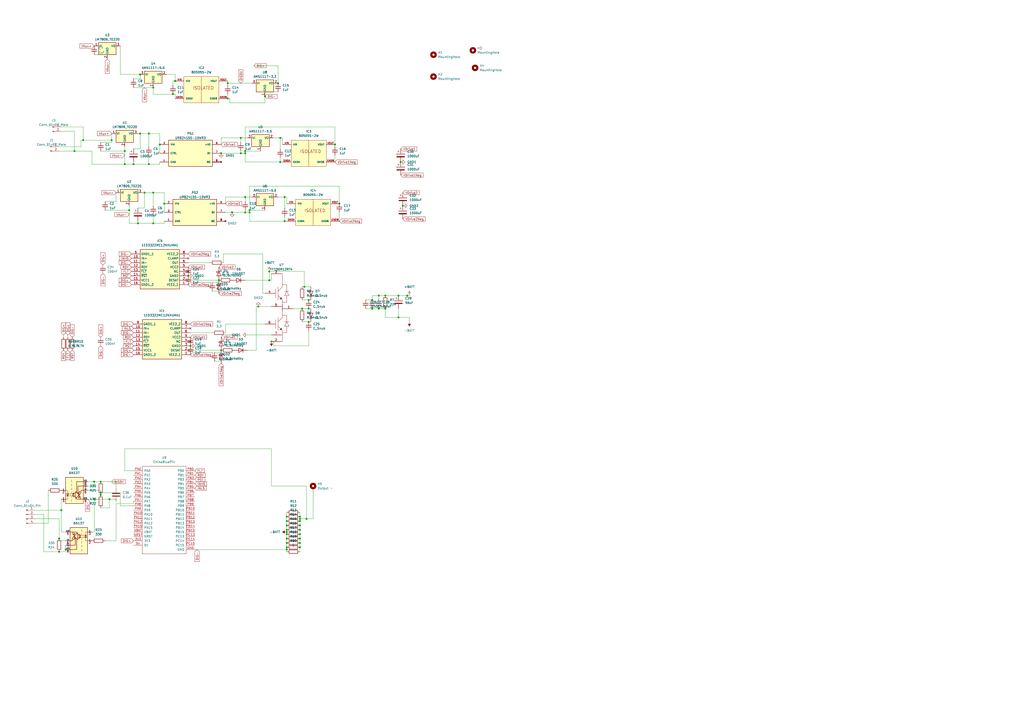
<source format=kicad_sch>
(kicad_sch (version 20230121) (generator eeschema)
  (paper "A2")
  (junction (at 81.28 77.47))
  (junction (at 179.07 173.99))
  (junction (at 101.6 46.99))
  (junction (at 128.27 88.9))
  (junction (at 156.21 162.56))
  (junction (at 43.18 87.63))
  (junction (at 34.29 320.04))
  (junction (at 215.9 179.07))
  (junction (at 92.71 83.82))
  (junction (at 100.33 54.61))
  (junction (at 86.36 77.47))
  (junction (at 48.26 81.28))
  (junction (at 153.67 55.88))
  (junction (at 139.7 88.9))
  (junction (at 142.24 114.3))
  (junction (at 72.39 95.25))
  (junction (at 166.37 314.96))
  (junction (at 176.53 166.37))
  (junction (at 173.99 309.88))
  (junction (at 58.42 285.75))
  (junction (at 144.78 121.92))
  (junction (at 196.85 118.11))
  (junction (at 166.37 317.5))
  (junction (at 161.29 48.26))
  (junction (at 128.27 203.2))
  (junction (at 166.37 302.26))
  (junction (at 179.07 186.69))
  (junction (at 83.82 111.76))
  (junction (at 173.99 312.42))
  (junction (at 144.78 123.19))
  (junction (at 63.5 289.56))
  (junction (at 194.31 83.82))
  (junction (at 127 162.56))
  (junction (at 109.22 160.02))
  (junction (at 132.08 57.15))
  (junction (at 173.99 304.8))
  (junction (at 173.99 300.99))
  (junction (at 58.42 287.02))
  (junction (at 166.37 318.77))
  (junction (at 219.71 171.45))
  (junction (at 132.08 48.26))
  (junction (at 173.99 307.34))
  (junction (at 88.9 50.8))
  (junction (at 34.29 312.42))
  (junction (at 74.93 121.92))
  (junction (at 166.37 299.72))
  (junction (at 64.77 81.28))
  (junction (at 166.37 307.34))
  (junction (at 166.37 309.88))
  (junction (at 173.99 299.72))
  (junction (at 58.42 279.4))
  (junction (at 38.1 318.77))
  (junction (at 80.01 129.54))
  (junction (at 72.39 87.63))
  (junction (at 173.99 314.96))
  (junction (at 173.99 317.5))
  (junction (at 173.99 302.26))
  (junction (at 231.14 184.15))
  (junction (at 236.22 171.45))
  (junction (at 215.9 173.99))
  (junction (at 95.25 118.11))
  (junction (at 157.48 198.12))
  (junction (at 177.8 300.99))
  (junction (at 156.21 157.48))
  (junction (at 54.61 279.4))
  (junction (at 166.37 312.42))
  (junction (at 142.24 88.9))
  (junction (at 166.37 308.61))
  (junction (at 179.07 179.07))
  (junction (at 223.52 171.45))
  (junction (at 134.62 123.19))
  (junction (at 142.24 87.63))
  (junction (at 162.56 80.01))
  (junction (at 232.41 93.98))
  (junction (at 165.1 128.27))
  (junction (at 88.9 111.76))
  (junction (at 166.37 304.8))
  (junction (at 110.49 200.66))
  (junction (at 139.7 80.01))
  (junction (at 175.26 179.07))
  (junction (at 223.52 179.07))
  (junction (at 54.61 289.56))
  (junction (at 77.47 95.25))
  (junction (at 219.71 179.07))
  (junction (at 162.56 93.98))
  (junction (at 231.14 171.45))
  (junction (at 142.24 123.19))
  (junction (at 149.86 177.8))
  (junction (at 35.56 295.91))
  (junction (at 165.1 114.3))
  (junction (at 233.68 119.38))
  (junction (at 88.9 129.54))
  (junction (at 81.28 43.18))
  (junction (at 86.36 95.25))
  (no_connect (at 109.22 149.86))
  (no_connect (at 110.49 190.5))
  (wire (pts (xy 88.9 129.54) (xy 95.25 129.54)))
  (wire (pts (xy 153.67 53.34) (xy 153.67 55.88)))
  (wire (pts (xy 80.01 120.65) (xy 83.82 120.65)))
  (wire (pts (xy 64.77 82.55) (xy 64.77 81.28)))
  (wire (pts (xy 127 168.91) (xy 127 170.18)))
  (wire (pts (xy 236.22 172.72) (xy 236.22 171.45)))
  (wire (pts (xy 88.9 54.61) (xy 88.9 50.8)))
  (wire (pts (xy 81.28 43.18) (xy 69.85 43.18)))
  (wire (pts (xy 166.37 297.18) (xy 166.37 299.72)))
  (wire (pts (xy 173.99 300.99) (xy 173.99 302.26)))
  (wire (pts (xy 58.42 285.75) (xy 69.85 285.75)))
  (wire (pts (xy 148.59 177.8) (xy 149.86 177.8)))
  (wire (pts (xy 67.31 292.1) (xy 77.47 292.1)))
  (wire (pts (xy 34.29 87.63) (xy 43.18 87.63)))
  (wire (pts (xy 179.07 200.66) (xy 158.75 200.66)))
  (wire (pts (xy 157.48 260.35) (xy 157.48 281.94)))
  (wire (pts (xy 80.01 128.27) (xy 80.01 129.54)))
  (wire (pts (xy 58.42 82.55) (xy 64.77 82.55)))
  (wire (pts (xy 166.37 302.26) (xy 166.37 304.8)))
  (wire (pts (xy 142.24 121.92) (xy 142.24 123.19)))
  (wire (pts (xy 39.37 194.31) (xy 39.37 195.58)))
  (wire (pts (xy 130.81 187.96) (xy 153.67 187.96)))
  (wire (pts (xy 124.46 204.47) (xy 128.27 204.47)))
  (wire (pts (xy 231.14 179.07) (xy 231.14 184.15)))
  (wire (pts (xy 88.9 111.76) (xy 95.25 111.76)))
  (wire (pts (xy 179.07 179.07) (xy 180.34 179.07)))
  (wire (pts (xy 54.61 31.75) (xy 62.23 31.75)))
  (wire (pts (xy 161.29 38.1) (xy 161.29 48.26)))
  (wire (pts (xy 80.01 129.54) (xy 88.9 129.54)))
  (wire (pts (xy 163.83 93.98) (xy 162.56 93.98)))
  (wire (pts (xy 194.31 83.82) (xy 194.31 85.09)))
  (wire (pts (xy 69.85 43.18) (xy 69.85 26.67)))
  (wire (pts (xy 219.71 171.45) (xy 219.71 173.99)))
  (wire (pts (xy 67.31 313.69) (xy 67.31 292.1)))
  (wire (pts (xy 134.62 123.19) (xy 130.81 123.19)))
  (wire (pts (xy 95.25 129.54) (xy 95.25 128.27)))
  (wire (pts (xy 156.21 157.48) (xy 156.21 162.56)))
  (wire (pts (xy 144.78 121.92) (xy 153.67 121.92)))
  (wire (pts (xy 152.4 147.32) (xy 152.4 170.18)))
  (wire (pts (xy 142.24 114.3) (xy 130.81 114.3)))
  (wire (pts (xy 179.07 186.69) (xy 180.34 186.69)))
  (wire (pts (xy 132.08 54.61) (xy 132.08 57.15)))
  (wire (pts (xy 142.24 88.9) (xy 142.24 93.98)))
  (wire (pts (xy 162.56 93.98) (xy 142.24 93.98)))
  (wire (pts (xy 161.29 114.3) (xy 165.1 114.3)))
  (wire (pts (xy 194.31 83.82) (xy 194.31 73.66)))
  (wire (pts (xy 181.61 285.75) (xy 181.61 300.99)))
  (wire (pts (xy 64.77 81.28) (xy 64.77 77.47)))
  (wire (pts (xy 74.93 119.38) (xy 74.93 121.92)))
  (wire (pts (xy 132.08 48.26) (xy 146.05 48.26)))
  (wire (pts (xy 163.83 80.01) (xy 163.83 83.82)))
  (wire (pts (xy 166.37 128.27) (xy 165.1 128.27)))
  (wire (pts (xy 35.56 289.56) (xy 35.56 295.91)))
  (wire (pts (xy 34.29 300.99) (xy 34.29 312.42)))
  (wire (pts (xy 236.22 171.45) (xy 237.49 171.45)))
  (wire (pts (xy 173.99 304.8) (xy 173.99 307.34)))
  (wire (pts (xy 165.1 125.73) (xy 165.1 128.27)))
  (wire (pts (xy 142.24 88.9) (xy 139.7 88.9)))
  (wire (pts (xy 128.27 80.01) (xy 128.27 83.82)))
  (wire (pts (xy 82.55 111.76) (xy 83.82 111.76)))
  (wire (pts (xy 20.32 300.99) (xy 34.29 300.99)))
  (wire (pts (xy 179.07 173.99) (xy 180.34 173.99)))
  (wire (pts (xy 88.9 124.46) (xy 88.9 129.54)))
  (wire (pts (xy 157.48 198.12) (xy 158.75 198.12)))
  (wire (pts (xy 132.08 48.26) (xy 132.08 49.53)))
  (wire (pts (xy 153.67 59.69) (xy 153.67 55.88)))
  (wire (pts (xy 142.24 114.3) (xy 142.24 116.84)))
  (wire (pts (xy 88.9 119.38) (xy 88.9 111.76)))
  (wire (pts (xy 166.37 320.04) (xy 166.37 318.77)))
  (wire (pts (xy 212.09 179.07) (xy 215.9 179.07)))
  (wire (pts (xy 81.28 77.47) (xy 86.36 77.47)))
  (wire (pts (xy 50.8 281.94) (xy 54.61 281.94)))
  (wire (pts (xy 62.23 31.75) (xy 62.23 34.29)))
  (wire (pts (xy 35.56 295.91) (xy 35.56 308.61)))
  (wire (pts (xy 50.8 284.48) (xy 58.42 284.48)))
  (wire (pts (xy 81.28 86.36) (xy 81.28 77.47)))
  (wire (pts (xy 86.36 90.17) (xy 86.36 95.25)))
  (wire (pts (xy 175.26 179.07) (xy 179.07 179.07)))
  (wire (pts (xy 50.8 289.56) (xy 54.61 289.56)))
  (wire (pts (xy 133.35 59.69) (xy 133.35 57.15)))
  (wire (pts (xy 38.1 313.69) (xy 34.29 313.69)))
  (wire (pts (xy 86.36 77.47) (xy 92.71 77.47)))
  (wire (pts (xy 100.33 54.61) (xy 88.9 54.61)))
  (wire (pts (xy 67.31 289.56) (xy 63.5 289.56)))
  (wire (pts (xy 34.29 320.04) (xy 38.1 320.04)))
  (wire (pts (xy 72.39 95.25) (xy 77.47 95.25)))
  (wire (pts (xy 77.47 45.72) (xy 81.28 45.72)))
  (wire (pts (xy 223.52 184.15) (xy 231.14 184.15)))
  (wire (pts (xy 83.82 120.65) (xy 83.82 111.76)))
  (wire (pts (xy 142.24 87.63) (xy 151.13 87.63)))
  (wire (pts (xy 67.31 290.83) (xy 67.31 289.56)))
  (wire (pts (xy 144.78 121.92) (xy 144.78 123.19)))
  (wire (pts (xy 139.7 88.9) (xy 128.27 88.9)))
  (wire (pts (xy 173.99 307.34) (xy 173.99 309.88)))
  (wire (pts (xy 148.59 203.2) (xy 148.59 177.8)))
  (wire (pts (xy 92.71 95.25) (xy 92.71 93.98)))
  (wire (pts (xy 48.26 73.66) (xy 48.26 81.28)))
  (wire (pts (xy 173.99 302.26) (xy 173.99 304.8)))
  (wire (pts (xy 77.47 93.98) (xy 77.47 95.25)))
  (wire (pts (xy 101.6 57.15) (xy 101.6 54.61)))
  (wire (pts (xy 139.7 80.01) (xy 128.27 80.01)))
  (wire (pts (xy 34.29 313.69) (xy 34.29 312.42)))
  (wire (pts (xy 130.81 193.04) (xy 130.81 187.96)))
  (wire (pts (xy 77.47 95.25) (xy 86.36 95.25)))
  (wire (pts (xy 133.35 57.15) (xy 132.08 57.15)))
  (wire (pts (xy 86.36 85.09) (xy 86.36 77.47)))
  (wire (pts (xy 25.4 320.04) (xy 34.29 320.04)))
  (wire (pts (xy 219.71 179.07) (xy 223.52 179.07)))
  (wire (pts (xy 157.48 162.56) (xy 157.48 158.75)))
  (wire (pts (xy 162.56 80.01) (xy 162.56 86.36)))
  (wire (pts (xy 173.99 299.72) (xy 173.99 300.99)))
  (wire (pts (xy 101.6 54.61) (xy 100.33 54.61)))
  (wire (pts (xy 158.75 80.01) (xy 162.56 80.01)))
  (wire (pts (xy 20.32 295.91) (xy 35.56 295.91)))
  (wire (pts (xy 173.99 314.96) (xy 173.99 317.5)))
  (wire (pts (xy 196.85 118.11) (xy 196.85 107.95)))
  (wire (pts (xy 173.99 300.99) (xy 177.8 300.99)))
  (wire (pts (xy 77.47 273.05) (xy 72.39 273.05)))
  (wire (pts (xy 165.1 128.27) (xy 144.78 128.27)))
  (wire (pts (xy 173.99 309.88) (xy 173.99 312.42)))
  (wire (pts (xy 166.37 307.34) (xy 166.37 308.61)))
  (wire (pts (xy 101.6 43.18) (xy 101.6 46.99)))
  (wire (pts (xy 212.09 173.99) (xy 215.9 173.99)))
  (wire (pts (xy 110.49 203.2) (xy 128.27 203.2)))
  (wire (pts (xy 173.99 317.5) (xy 173.99 320.04)))
  (wire (pts (xy 223.52 179.07) (xy 223.52 184.15)))
  (wire (pts (xy 149.86 177.8) (xy 157.48 177.8)))
  (wire (pts (xy 50.8 279.4) (xy 54.61 279.4)))
  (wire (pts (xy 196.85 107.95) (xy 144.78 107.95)))
  (wire (pts (xy 144.78 123.19) (xy 142.24 123.19)))
  (wire (pts (xy 92.71 83.82) (xy 92.71 88.9)))
  (wire (pts (xy 166.37 314.96) (xy 166.37 317.5)))
  (wire (pts (xy 25.4 298.45) (xy 25.4 320.04)))
  (wire (pts (xy 63.5 294.64) (xy 63.5 289.56)))
  (wire (pts (xy 27.94 284.48) (xy 27.94 303.53)))
  (wire (pts (xy 77.47 86.36) (xy 81.28 86.36)))
  (wire (pts (xy 142.24 73.66) (xy 142.24 87.63)))
  (wire (pts (xy 139.7 87.63) (xy 139.7 88.9)))
  (wire (pts (xy 146.05 114.3) (xy 142.24 114.3)))
  (wire (pts (xy 72.39 85.09) (xy 72.39 87.63)))
  (wire (pts (xy 74.93 121.92) (xy 74.93 129.54)))
  (wire (pts (xy 58.42 87.63) (xy 72.39 87.63)))
  (wire (pts (xy 215.9 179.07) (xy 219.71 179.07)))
  (wire (pts (xy 72.39 273.05) (xy 72.39 260.35)))
  (wire (pts (xy 142.24 162.56) (xy 156.21 162.56)))
  (wire (pts (xy 54.61 289.56) (xy 63.5 289.56)))
  (wire (pts (xy 165.1 114.3) (xy 166.37 114.3)))
  (wire (pts (xy 95.25 111.76) (xy 95.25 118.11)))
  (wire (pts (xy 92.71 77.47) (xy 92.71 83.82)))
  (wire (pts (xy 166.37 308.61) (xy 166.37 309.88)))
  (wire (pts (xy 129.54 147.32) (xy 152.4 147.32)))
  (wire (pts (xy 48.26 81.28) (xy 64.77 81.28)))
  (wire (pts (xy 175.26 166.37) (xy 176.53 166.37)))
  (wire (pts (xy 77.47 292.1) (xy 77.47 290.83)))
  (wire (pts (xy 54.61 281.94) (xy 54.61 279.4)))
  (wire (pts (xy 166.37 309.88) (xy 166.37 312.42)))
  (wire (pts (xy 113.03 318.77) (xy 166.37 318.77)))
  (wire (pts (xy 231.14 184.15) (xy 237.49 184.15)))
  (wire (pts (xy 161.29 53.34) (xy 153.67 53.34)))
  (wire (pts (xy 177.8 300.99) (xy 181.61 300.99)))
  (wire (pts (xy 72.39 87.63) (xy 72.39 95.25)))
  (wire (pts (xy 53.34 308.61) (xy 54.61 308.61)))
  (wire (pts (xy 20.32 298.45) (xy 25.4 298.45)))
  (wire (pts (xy 175.26 186.69) (xy 179.07 186.69)))
  (wire (pts (xy 60.96 313.69) (xy 67.31 313.69)))
  (wire (pts (xy 69.85 293.37) (xy 69.85 285.75)))
  (wire (pts (xy 58.42 284.48) (xy 58.42 285.75)))
  (wire (pts (xy 109.22 162.56) (xy 127 162.56)))
  (wire (pts (xy 77.47 50.8) (xy 88.9 50.8)))
  (wire (pts (xy 128.27 209.55) (xy 128.27 210.82)))
  (wire (pts (xy 158.75 200.66) (xy 158.75 198.12)))
  (wire (pts (xy 67.31 111.76) (xy 67.31 116.84)))
  (wire (pts (xy 170.18 179.07) (xy 175.26 179.07)))
  (wire (pts (xy 162.56 91.44) (xy 162.56 93.98)))
  (wire (pts (xy 133.35 59.69) (xy 153.67 59.69)))
  (wire (pts (xy 38.1 308.61) (xy 35.56 308.61)))
  (wire (pts (xy 58.42 285.75) (xy 58.42 287.02)))
  (wire (pts (xy 219.71 171.45) (xy 223.52 171.45)))
  (wire (pts (xy 43.18 87.63) (xy 53.34 87.63)))
  (wire (pts (xy 123.19 168.91) (xy 127 168.91)))
  (wire (pts (xy 194.31 90.17) (xy 194.31 93.98)))
  (wire (pts (xy 173.99 312.42) (xy 173.99 314.96)))
  (wire (pts (xy 35.56 73.66) (xy 48.26 73.66)))
  (wire (pts (xy 81.28 43.18) (xy 81.28 45.72)))
  (wire (pts (xy 58.42 279.4) (xy 67.31 279.4)))
  (wire (pts (xy 80.01 77.47) (xy 81.28 77.47)))
  (wire (pts (xy 34.29 85.09) (xy 46.99 85.09)))
  (wire (pts (xy 95.25 118.11) (xy 95.25 123.19)))
  (wire (pts (xy 237.49 186.69) (xy 237.49 184.15)))
  (wire (pts (xy 100.33 46.99) (xy 101.6 46.99)))
  (wire (pts (xy 124.46 209.55) (xy 128.27 209.55)))
  (wire (pts (xy 58.42 294.64) (xy 63.5 294.64)))
  (wire (pts (xy 144.78 107.95) (xy 144.78 121.92)))
  (wire (pts (xy 130.81 114.3) (xy 130.81 118.11)))
  (wire (pts (xy 35.56 76.2) (xy 43.18 76.2)))
  (wire (pts (xy 86.36 95.25) (xy 92.71 95.25)))
  (wire (pts (xy 60.96 116.84) (xy 67.31 116.84)))
  (wire (pts (xy 215.9 171.45) (xy 219.71 171.45)))
  (wire (pts (xy 109.22 152.4) (xy 121.92 152.4)))
  (wire (pts (xy 231.14 171.45) (xy 236.22 171.45)))
  (wire (pts (xy 27.94 303.53) (xy 20.32 303.53)))
  (wire (pts (xy 165.1 114.3) (xy 165.1 120.65)))
  (wire (pts (xy 128.27 204.47) (xy 128.27 203.2)))
  (wire (pts (xy 46.99 85.09) (xy 46.99 81.28)))
  (wire (pts (xy 36.83 194.31) (xy 36.83 195.58)))
  (wire (pts (xy 179.07 191.77) (xy 179.07 200.66)))
  (wire (pts (xy 166.37 317.5) (xy 166.37 318.77)))
  (wire (pts (xy 162.56 80.01) (xy 163.83 80.01)))
  (wire (pts (xy 194.31 73.66) (xy 142.24 73.66)))
  (wire (pts (xy 144.78 123.19) (xy 144.78 128.27)))
  (wire (pts (xy 166.37 299.72) (xy 166.37 302.26)))
  (wire (pts (xy 60.96 121.92) (xy 74.93 121.92)))
  (wire (pts (xy 176.53 157.48) (xy 176.53 166.37)))
  (wire (pts (xy 46.99 81.28) (xy 48.26 81.28)))
  (wire (pts (xy 43.18 76.2) (xy 43.18 87.63)))
  (wire (pts (xy 175.26 173.99) (xy 179.07 173.99)))
  (wire (pts (xy 139.7 80.01) (xy 139.7 82.55)))
  (wire (pts (xy 96.52 43.18) (xy 101.6 43.18)))
  (wire (pts (xy 143.51 80.01) (xy 139.7 80.01)))
  (wire (pts (xy 132.08 46.99) (xy 132.08 48.26)))
  (wire (pts (xy 143.51 203.2) (xy 148.59 203.2)))
  (wire (pts (xy 142.24 87.63) (xy 142.24 88.9)))
  (wire (pts (xy 157.48 194.31) (xy 143.51 194.31)))
  (wire (pts (xy 223.52 171.45) (xy 231.14 171.45)))
  (wire (pts (xy 129.54 152.4) (xy 129.54 147.32)))
  (wire (pts (xy 54.61 308.61) (xy 54.61 289.56)))
  (wire (pts (xy 196.85 123.19) (xy 196.85 128.27)))
  (wire (pts (xy 74.93 129.54) (xy 80.01 129.54)))
  (wire (pts (xy 127 163.83) (xy 127 162.56)))
  (wire (pts (xy 100.33 49.53) (xy 100.33 46.99)))
  (wire (pts (xy 176.53 157.48) (xy 156.21 157.48)))
  (wire (pts (xy 83.82 111.76) (xy 88.9 111.76)))
  (wire (pts (xy 215.9 173.99) (xy 215.9 171.45)))
  (wire (pts (xy 147.32 38.1) (xy 161.29 38.1)))
  (wire (pts (xy 166.37 114.3) (xy 166.37 118.11)))
  (wire (pts (xy 72.39 260.35) (xy 157.48 260.35)))
  (wire (pts (xy 54.61 279.4) (xy 58.42 279.4)))
  (wire (pts (xy 173.99 297.18) (xy 173.99 299.72)))
  (wire (pts (xy 123.19 163.83) (xy 127 163.83)))
  (wire (pts (xy 156.21 162.56) (xy 157.48 162.56)))
  (wire (pts (xy 166.37 312.42) (xy 166.37 314.96)))
  (wire (pts (xy 177.8 300.99) (xy 177.8 281.94)))
  (wire (pts (xy 166.37 304.8) (xy 166.37 307.34)))
  (wire (pts (xy 53.34 95.25) (xy 72.39 95.25)))
  (wire (pts (xy 53.34 87.63) (xy 53.34 95.25)))
  (wire (pts (xy 152.4 170.18) (xy 153.67 170.18)))
  (wire (pts (xy 67.31 279.4) (xy 67.31 283.21)))
  (wire (pts (xy 176.53 166.37) (xy 180.34 166.37)))
  (wire (pts (xy 77.47 293.37) (xy 69.85 293.37)))
  (wire (pts (xy 110.49 193.04) (xy 123.19 193.04)))
  (wire (pts (xy 38.1 316.23) (xy 38.1 318.77)))
  (wire (pts (xy 157.48 281.94) (xy 177.8 281.94)))
  (wire (pts (xy 38.1 318.77) (xy 38.1 320.04)))
  (wire (pts (xy 142.24 123.19) (xy 134.62 123.19)))
  (global_label "DIG-" (shape input) (at 76.2 152.4 180) (property "Intersheetrefs" "${INTERSHEET_REFS}" (effects hide)))
  (global_label "VAux-" (shape input) (at 83.82 50.8 270) (property "Intersheetrefs" "${INTERSHEET_REFS}" (effects hide)))
  (global_label "RST" (shape input) (at 113.03 278.13 0) (property "Intersheetrefs" "${INTERSHEET_REFS}" (effects hide)))
  (global_label "DIG-" (shape input) (at 114.3 318.77 270) (property "Intersheetrefs" "${INTERSHEET_REFS}" (effects hide)))
  (global_label "DIG+" (shape input) (at 77.47 203.2 180) (property "Intersheetrefs" "${INTERSHEET_REFS}" (effects hide)))
  (global_label "VDrive2Neg" (shape input) (at 127 170.18 0) (property "Intersheetrefs" "${INTERSHEET_REFS}" (effects hide)))
  (global_label "VDrive2" (shape input) (at 130.81 118.11 0) (property "Intersheetrefs" "${INTERSHEET_REFS}" (effects hide)))
  (global_label "FLT" (shape input) (at 113.03 273.05 0) (property "Intersheetrefs" "${INTERSHEET_REFS}" (effects hide)))
  (global_label "INHS" (shape input) (at 76.2 149.86 180) (property "Intersheetrefs" "${INTERSHEET_REFS}" (effects hide)))
  (global_label "RST" (shape input) (at 77.47 200.66 180) (property "Intersheetrefs" "${INTERSHEET_REFS}" (effects hide)))
  (global_label "DIG-" (shape input) (at 41.91 195.58 90) (property "Intersheetrefs" "${INTERSHEET_REFS}" (effects hide)))
  (global_label "VDrive2Neg" (shape input) (at 196.85 128.27 0) (property "Intersheetrefs" "${INTERSHEET_REFS}" (effects hide)))
  (global_label "VAux+" (shape input) (at 54.61 26.67 180) (property "Intersheetrefs" "${INTERSHEET_REFS}" (effects hide)))
  (global_label "DIG-" (shape input) (at 77.47 187.96 180) (property "Intersheetrefs" "${INTERSHEET_REFS}" (effects hide)))
  (global_label "VDrive1" (shape input) (at 110.49 195.58 0) (property "Intersheetrefs" "${INTERSHEET_REFS}" (effects hide)))
  (global_label "INLS" (shape input) (at 113.03 283.21 0) (property "Intersheetrefs" "${INTERSHEET_REFS}" (effects hide)))
  (global_label "DIG-" (shape input) (at 77.47 205.74 180) (property "Intersheetrefs" "${INTERSHEET_REFS}" (effects hide)))
  (global_label "DIG-" (shape input) (at 50.8 289.56 270) (property "Intersheetrefs" "${INTERSHEET_REFS}" (effects hide)))
  (global_label "DIG-" (shape input) (at 76.2 147.32 180) (property "Intersheetrefs" "${INTERSHEET_REFS}" (effects hide)))
  (global_label "FLT" (shape input) (at 39.37 203.2 270) (property "Intersheetrefs" "${INTERSHEET_REFS}" (effects hide)))
  (global_label "DIG+" (shape input) (at 147.32 38.1 0) (property "Intersheetrefs" "${INTERSHEET_REFS}" (effects hide)))
  (global_label "VDrive2Neg" (shape input) (at 233.68 127 0) (property "Intersheetrefs" "${INTERSHEET_REFS}" (effects hide)))
  (global_label "DIG+" (shape input) (at 77.47 313.69 180) (property "Intersheetrefs" "${INTERSHEET_REFS}" (effects hide)))
  (global_label "VDrive1" (shape input) (at 232.41 86.36 0) (property "Intersheetrefs" "${INTERSHEET_REFS}" (effects hide)))
  (global_label "DIG+" (shape input) (at 36.83 194.31 90) (property "Intersheetrefs" "${INTERSHEET_REFS}" (effects hide)))
  (global_label "DIG5V" (shape input) (at 139.7 48.26 90) (property "Intersheetrefs" "${INTERSHEET_REFS}" (effects hide)))
  (global_label "VDrive1Neg" (shape input) (at 110.49 187.96 0) (property "Intersheetrefs" "${INTERSHEET_REFS}" (effects hide)))
  (global_label "VAux-" (shape input) (at 62.23 34.29 270) (property "Intersheetrefs" "${INTERSHEET_REFS}" (effects hide)))
  (global_label "VDrive2" (shape input) (at 127 154.94 0) (property "Intersheetrefs" "${INTERSHEET_REFS}" (effects hide)))
  (global_label "DIG-" (shape input) (at 77.47 193.04 180) (property "Intersheetrefs" "${INTERSHEET_REFS}" (effects hide)))
  (global_label "VAux+" (shape input) (at 67.31 111.76 180) (property "Intersheetrefs" "${INTERSHEET_REFS}" (effects hide)))
  (global_label "RDY" (shape input) (at 76.2 154.94 180) (property "Intersheetrefs" "${INTERSHEET_REFS}" (effects hide)))
  (global_label "VDrive1" (shape input) (at 128.27 83.82 0) (property "Intersheetrefs" "${INTERSHEET_REFS}" (effects hide)))
  (global_label "FLT" (shape input) (at 76.2 157.48 180) (property "Intersheetrefs" "${INTERSHEET_REFS}" (effects hide)))
  (global_label "INHS" (shape input) (at 113.03 280.67 0) (property "Intersheetrefs" "${INTERSHEET_REFS}" (effects hide)))
  (global_label "VDrive1Neg" (shape input) (at 194.31 93.98 0) (property "Intersheetrefs" "${INTERSHEET_REFS}" (effects hide)))
  (global_label "VDrive1Neg" (shape input) (at 110.49 205.74 0) (property "Intersheetrefs" "${INTERSHEET_REFS}" (effects hide)))
  (global_label "DIG-" (shape input) (at 59.69 158.75 270) (property "Intersheetrefs" "${INTERSHEET_REFS}" (effects hide)))
  (global_label "DIG-" (shape input) (at 58.42 200.66 270) (property "Intersheetrefs" "${INTERSHEET_REFS}" (effects hide)))
  (global_label "DIG+" (shape input) (at 58.42 195.58 90) (property "Intersheetrefs" "${INTERSHEET_REFS}" (effects hide)))
  (global_label "VDrive1" (shape input) (at 128.27 195.58 0) (property "Intersheetrefs" "${INTERSHEET_REFS}" (effects hide)))
  (global_label "DIG+" (shape input) (at 76.2 162.56 180) (property "Intersheetrefs" "${INTERSHEET_REFS}" (effects hide)))
  (global_label "DIG-" (shape input) (at 76.2 165.1 180) (property "Intersheetrefs" "${INTERSHEET_REFS}" (effects hide)))
  (global_label "RST" (shape input) (at 41.91 203.2 270) (property "Intersheetrefs" "${INTERSHEET_REFS}" (effects hide)))
  (global_label "RST" (shape input) (at 76.2 160.02 180) (property "Intersheetrefs" "${INTERSHEET_REFS}" (effects hide)))
  (global_label "FLT" (shape input) (at 77.47 198.12 180) (property "Intersheetrefs" "${INTERSHEET_REFS}" (effects hide)))
  (global_label "RDY" (shape input) (at 113.03 275.59 0) (property "Intersheetrefs" "${INTERSHEET_REFS}" (effects hide)))
  (global_label "VAux-" (shape input) (at 72.39 90.17 180) (property "Intersheetrefs" "${INTERSHEET_REFS}" (effects hide)))
  (global_label "DIG5V" (shape input) (at 64.77 279.4 0) (property "Intersheetrefs" "${INTERSHEET_REFS}" (effects hide)))
  (global_label "RDY" (shape input) (at 36.83 203.2 270) (property "Intersheetrefs" "${INTERSHEET_REFS}" (effects hide)))
  (global_label "VDrive1Neg" (shape input) (at 128.27 210.82 270) (property "Intersheetrefs" "${INTERSHEET_REFS}" (effects hide)))
  (global_label "DIG+" (shape input) (at 59.69 153.67 90) (property "Intersheetrefs" "${INTERSHEET_REFS}" (effects hide)))
  (global_label "VDrive2" (shape input) (at 233.68 111.76 0) (property "Intersheetrefs" "${INTERSHEET_REFS}" (effects hide)))
  (global_label "DIG+" (shape input) (at 39.37 194.31 90) (property "Intersheetrefs" "${INTERSHEET_REFS}" (effects hide)))
  (global_label "VDrive2Neg" (shape input) (at 109.22 165.1 0) (property "Intersheetrefs" "${INTERSHEET_REFS}" (effects hide)))
  (global_label "VAux-" (shape input) (at 74.93 124.46 180) (property "Intersheetrefs" "${INTERSHEET_REFS}" (effects hide)))
  (global_label "VDrive2Neg" (shape input) (at 109.22 147.32 0) (property "Intersheetrefs" "${INTERSHEET_REFS}" (effects hide)))
  (global_label "VDrive1Neg" (shape input) (at 232.41 101.6 0) (property "Intersheetrefs" "${INTERSHEET_REFS}" (effects hide)))
  (global_label "INLS" (shape input) (at 77.47 190.5 180) (property "Intersheetrefs" "${INTERSHEET_REFS}" (effects hide)))
  (global_label "DIG-" (shape input) (at 153.67 55.88 0) (property "Intersheetrefs" "${INTERSHEET_REFS}" (effects hide)))
  (global_label "RDY" (shape input) (at 77.47 195.58 180) (property "Intersheetrefs" "${INTERSHEET_REFS}" (effects hide)))
  (global_label "VDrive2" (shape input) (at 109.22 154.94 0) (property "Intersheetrefs" "${INTERSHEET_REFS}" (effects hide)))
  (global_label "VAux+" (shape input) (at 64.77 77.47 180) (property "Intersheetrefs" "${INTERSHEET_REFS}" (effects hide)))
  (symbol (lib_id "Device:R") (at 170.18 320.04 90) (unit 1)
    (property "Reference" "R20" (at 170.18 313.69 90))
    (property "Value" "1" (at 170.18 316.23 90))
    (property "Footprint" "Resistor_SMD:R_2512_6332Metric_Pad1.40x3.35mm_HandSolder" (effects hide))
  )
  (symbol (lib_id "Device:C_Small") (at 88.9 121.92 0) (unit 1)
    (property "Reference" "C6" (at 91.44 120.6562 0) (effects (justify left)))
    (property "Value" "1uF" (at 91.44 123.1962 0) (effects (justify left)))
    (property "Footprint" "Capacitor_SMD:C_1206_3216Metric_Pad1.33x1.80mm_HandSolder" (effects hide))
  )
  (symbol (lib_id "power:GND2") (at 233.68 119.38 90) (unit 1)
    (property "Reference" "#PWR011" (effects hide))
    (property "Value" "GND2" (at 237.49 119.38 90) (effects (justify right)))
  )
  (symbol (lib_id "Device:R") (at 170.18 307.34 90) (unit 1)
    (property "Reference" "R15" (at 170.18 300.99 90))
    (property "Value" "1" (at 170.18 303.53 90))
    (property "Footprint" "Resistor_SMD:R_2512_6332Metric_Pad1.40x3.35mm_HandSolder" (effects hide))
  )
  (symbol (lib_id "Regulator_Linear:AMS1117-5.0") (at 88.9 43.18 0) (unit 1)
    (property "Reference" "U4" (at 88.9 36.83 0))
    (property "Value" "AMS1117-5.0" (at 88.9 39.37 0))
    (property "Footprint" "Package_TO_SOT_SMD:SOT-223-3_TabPin2" (effects hide))
    (property "Datasheet" "http://www.advanced-monolithic.com/pdf/ds1117.pdf" (effects hide))
  )
  (symbol (lib_id "Device:R") (at 34.29 316.23 180) (unit 1)
    (property "Reference" "R24" (at 31.75 317.5001 0) (effects (justify left)))
    (property "Value" "330" (at 31.75 314.9601 0) (effects (justify left)))
    (property "Footprint" "Resistor_SMD:R_0201_0603Metric_Pad0.64x0.40mm_HandSolder" (effects hide))
  )
  (symbol (lib_id "Device:C_Small") (at 100.33 52.07 0) (unit 1)
    (property "Reference" "C11" (at 102.87 50.8062 0) (effects (justify left)))
    (property "Value" "1uF" (at 102.87 53.3462 0) (effects (justify left)))
    (property "Footprint" "Capacitor_SMD:C_1206_3216Metric_Pad1.33x1.80mm_HandSolder" (effects hide))
  )
  (symbol (lib_id "Regulator_Linear:AMS1117-5.0") (at 153.67 114.3 0) (unit 1)
    (property "Reference" "U6" (at 153.67 107.95 0))
    (property "Value" "AMS1117-5.0" (at 153.67 110.49 0))
    (property "Footprint" "Package_TO_SOT_SMD:SOT-223-3_TabPin2" (effects hide))
    (property "Datasheet" "http://www.advanced-monolithic.com/pdf/ds1117.pdf" (effects hide))
  )
  (symbol (lib_id "Regulator_Linear:AMS1117-3.3") (at 153.67 48.26 0) (unit 1)
    (property "Reference" "U8" (at 153.67 41.91 0))
    (property "Value" "AMS1117-3.3" (at 153.67 44.45 0))
    (property "Footprint" "Package_TO_SOT_SMD:SOT-223-3_TabPin2" (effects hide))
    (property "Datasheet" "http://www.advanced-monolithic.com/pdf/ds1117.pdf" (effects hide))
  )
  (symbol (lib_id "Device:R") (at 31.75 284.48 270) (unit 1)
    (property "Reference" "R25" (at 31.75 278.13 90))
    (property "Value" "330" (at 31.75 280.67 90))
    (property "Footprint" "Resistor_SMD:R_0201_0603Metric_Pad0.64x0.40mm_HandSolder" (effects hide))
  )
  (symbol (lib_id "Device:C_Polarized") (at 77.47 90.17 0) (unit 1)
    (property "Reference" "C3" (at 81.28 88.011 0) (effects (justify left)))
    (property "Value" "1000uF" (at 81.28 90.551 0) (effects (justify left)))
    (property "Footprint" "25V 1000uf:CAP_EEEFK1E102AQ" (effects hide))
  )
  (symbol (lib_id "Device:C_Small") (at 142.24 119.38 0) (unit 1)
    (property "Reference" "C10" (at 144.78 118.1162 0) (effects (justify left)))
    (property "Value" "1uF" (at 144.78 120.6562 0) (effects (justify left)))
    (property "Footprint" "Capacitor_SMD:C_1206_3216Metric_Pad1.33x1.80mm_HandSolder" (effects hide))
  )
  (symbol (lib_id "Device:C_Small") (at 179.07 176.53 0) (unit 1)
    (property "Reference" "C24" (at 181.61 175.2662 0) (effects (justify left)))
    (property "Value" "C_Snub" (at 181.61 177.8062 0) (effects (justify left)))
    (property "Footprint" "Capacitor_THT:C_Rect_L24.0mm_W8.3mm_P22.50mm_MKT" (effects hide))
  )
  (symbol (lib_id "Device:R") (at 170.18 312.42 90) (unit 1)
    (property "Reference" "R17" (at 170.18 306.07 90))
    (property "Value" "1" (at 170.18 308.61 90))
    (property "Footprint" "Resistor_SMD:R_2512_6332Metric_Pad1.40x3.35mm_HandSolder" (effects hide))
  )
  (symbol (lib_id "Device:C_Small") (at 219.71 176.53 0) (unit 1)
    (property "Reference" "C28" (at 222.25 175.2662 0) (effects (justify left)))
    (property "Value" "22nF" (at 222.25 177.8062 0) (effects (justify left)))
    (property "Footprint" "Capacitor_SMD:C_1206_3216Metric_Pad1.33x1.80mm_HandSolder" (effects hide))
  )
  (symbol (lib_id "Device:D") (at 180.34 182.88 90) (unit 1)
    (property "Reference" "D8" (at 182.88 181.6099 90) (effects (justify right)))
    (property "Value" "D_Snub" (at 182.88 184.1499 90) (effects (justify right)))
    (property "Footprint" "Diode_THT:D_DO-201AE_P15.24mm_Horizontal" (effects hide))
  )
  (symbol (lib_id "Device:C_Polarized") (at 231.14 175.26 0) (unit 1)
    (property "Reference" "C29" (at 234.95 173.1009 0) (effects (justify left)))
    (property "Value" "56uF" (at 234.95 175.6409 0) (effects (justify left)))
    (property "Footprint" "Capacitor_THT:CP_Radial_D16.0mm_P7.50mm" (effects hide))
  )
  (symbol (lib_id "Device:D") (at 139.7 203.2 180) (unit 1)
    (property "Reference" "D3" (at 139.7 196.85 0))
    (property "Value" "1N4007" (at 139.7 199.39 0))
    (property "Footprint" "Diode_SMD:D_SMA_Handsoldering" (effects hide))
  )
  (symbol (lib_id "Device:R") (at 175.26 170.18 180) (unit 1)
    (property "Reference" "R5" (at 177.8 168.9099 0) (effects (justify right)))
    (property "Value" "R_Snub" (at 177.8 171.4499 0) (effects (justify right)))
    (property "Footprint" "Resistor_THT:R_Box_L26.0mm_W5.0mm_P20.00mm" (effects hide))
  )
  (symbol (lib_id "Device:R") (at 170.18 304.8 90) (unit 1)
    (property "Reference" "R14" (at 170.18 298.45 90))
    (property "Value" "1" (at 170.18 300.99 90))
    (property "Footprint" "Resistor_SMD:R_2512_6332Metric_Pad1.40x3.35mm_HandSolder" (effects hide))
  )
  (symbol (lib_id "Device:D_Schottky") (at 128.27 207.01 270) (unit 1)
    (property "Reference" "D2" (at 130.81 205.4224 90) (effects (justify left)))
    (property "Value" "D_Schottky" (at 130.81 207.9624 90) (effects (justify left)))
    (property "Footprint" "Diode_SMD:D_SMA_Handsoldering" (effects hide))
  )
  (symbol (lib_name "GND2_1") (lib_id "power:GND2") (at 109.22 160.02 90) (unit 1)
    (property "Reference" "#PWR05" (effects hide))
    (property "Value" "GND2" (at 113.03 160.02 90) (effects (justify right)))
  )
  (symbol (lib_id "Device:C_Small") (at 123.19 166.37 0) (unit 1)
    (property "Reference" "C23" (at 125.73 165.1062 0) (effects (justify left)))
    (property "Value" "C_Desat" (at 125.73 167.6462 0) (effects (justify left)))
    (property "Footprint" "Capacitor_SMD:C_0603_1608Metric_Pad1.08x0.95mm_HandSolder" (effects hide))
  )
  (symbol (lib_id "Device:R") (at 170.18 297.18 90) (unit 1)
    (property "Reference" "R11" (at 170.18 290.83 90))
    (property "Value" "1" (at 170.18 293.37 90))
    (property "Footprint" "Resistor_SMD:R_2512_6332Metric_Pad1.40x3.35mm_HandSolder" (effects hide))
  )
  (symbol (lib_id "Connector:Conn_01x02_Male") (at 29.21 85.09 0) (unit 1)
    (property "Reference" "J1" (at 29.845 81.28 0))
    (property "Value" "Conn_01x02_Male" (at 29.845 83.82 0))
    (property "Footprint" "Connector_JST:JST_XH_S2B-XH-A_1x02_P2.50mm_Horizontal" (effects hide))
  )
  (symbol (lib_id "Device:R") (at 170.18 317.5 90) (unit 1)
    (property "Reference" "R19" (at 170.18 311.15 90))
    (property "Value" "1" (at 170.18 313.69 90))
    (property "Footprint" "Resistor_SMD:R_2512_6332Metric_Pad1.40x3.35mm_HandSolder" (effects hide))
  )
  (symbol (lib_id "Device:R") (at 170.18 299.72 90) (unit 1)
    (property "Reference" "R12" (at 170.18 293.37 90))
    (property "Value" "1" (at 170.18 295.91 90))
    (property "Footprint" "Resistor_SMD:R_2512_6332Metric_Pad1.40x3.35mm_HandSolder" (effects hide))
  )
  (symbol (lib_name "GND1_1") (lib_id "power:GND1") (at 143.51 194.31 270) (unit 1)
    (property "Reference" "#PWR04" (effects hide))
    (property "Value" "GND1" (at 139.7 194.31 90) (effects (justify right)))
  )
  (symbol (lib_id "Device:C_Small") (at 110.49 198.12 0) (unit 1)
    (property "Reference" "C19" (at 113.03 196.8562 0) (effects (justify left)))
    (property "Value" "1uF" (at 113.03 199.3962 0) (effects (justify left)))
    (property "Footprint" "Capacitor_SMD:C_1206_3216Metric_Pad1.33x1.80mm_HandSolder" (effects hide))
  )
  (symbol (lib_id "Device:C_Polarized") (at 232.41 97.79 0) (unit 1)
    (property "Reference" "C31" (at 236.22 95.631 0) (effects (justify left)))
    (property "Value" "1000uF" (at 236.22 98.171 0) (effects (justify left)))
    (property "Footprint" "25V 1000uf:CAP_EEEFK1E102AQ" (effects hide))
  )
  (symbol (lib_id "power:GND2") (at 134.62 123.19 0) (unit 1)
    (property "Reference" "#PWR02" (effects hide))
    (property "Value" "GND2" (at 134.62 129.54 0))
  )
  (symbol (lib_id "Device:R") (at 58.42 283.21 180) (unit 1)
    (property "Reference" "R21" (at 55.88 284.4801 0) (effects (justify left)))
    (property "Value" "330" (at 55.88 281.9401 0) (effects (justify left)))
    (property "Footprint" "Resistor_SMD:R_0201_0603Metric_Pad0.64x0.40mm_HandSolder" (effects hide))
  )
  (symbol (lib_id "Device:C_Small") (at 132.08 52.07 0) (unit 1)
    (property "Reference" "C14" (at 134.62 50.8062 0) (effects (justify left)))
    (property "Value" "1uF" (at 134.62 53.3462 0) (effects (justify left)))
    (property "Footprint" "Capacitor_SMD:C_1206_3216Metric_Pad1.33x1.80mm_HandSolder" (effects hide))
  )
  (symbol (lib_id "FF300:FF300R12KS4") (at 173.99 158.75 0) (unit 1)
    (property "Reference" "U7" (at 163.195 153.67 0))
    (property "Value" "FF150R12RT4" (at 163.195 156.21 0))
    (property "Footprint" "FF300:FF300R12KS4" (effects hide))
  )
  (symbol (lib_id "Mechanical:MountingHole") (at 274.32 29.21 0) (unit 1)
    (property "Reference" "H3" (at 276.86 27.9399 0) (effects (justify left)))
    (property "Value" "MountingHole" (at 276.86 30.4799 0) (effects (justify left)))
    (property "Footprint" "MountingHole:MountingHole_3.2mm_M3" (effects hide))
  )
  (symbol (lib_id "Device:C_Small") (at 139.7 85.09 0) (unit 1)
    (property "Reference" "C9" (at 142.24 83.8262 0) (effects (justify left)))
    (property "Value" "1uF" (at 142.24 86.3662 0) (effects (justify left)))
    (property "Footprint" "Capacitor_SMD:C_1206_3216Metric_Pad1.33x1.80mm_HandSolder" (effects hide))
  )
  (symbol (lib_id "Device:R") (at 36.83 199.39 0) (unit 1)
    (property "Reference" "R9" (at 39.37 198.12 0) (effects (justify left)))
    (property "Value" "4.7K" (at 39.37 200.66 0) (effects (justify left)))
    (property "Footprint" "Resistor_SMD:R_0805_2012Metric_Pad1.20x1.40mm_HandSolder" (effects hide))
  )
  (symbol (lib_id "Device:C_Small") (at 77.47 48.26 0) (unit 1)
    (property "Reference" "C8" (at 80.01 46.9962 0) (effects (justify left)))
    (property "Value" "1uF" (at 80.01 49.5362 0) (effects (justify left)))
    (property "Footprint" "Capacitor_SMD:C_1206_3216Metric_Pad1.33x1.80mm_HandSolder" (effects hide))
  )
  (symbol (lib_id "Regulator_Linear:LM7809_TO220") (at 74.93 111.76 0) (unit 1)
    (property "Reference" "U2" (at 74.93 105.41 0))
    (property "Value" "LM7809_TO220" (at 74.93 107.95 0))
    (property "Footprint" "Package_TO_SOT_THT:TO-220-3_Vertical" (effects hide))
    (property "Datasheet" "https://www.onsemi.cn/PowerSolutions/document/MC7800-D.PDF" (effects hide))
  )
  (symbol (lib_id "Device:R") (at 175.26 182.88 180) (unit 1)
    (property "Reference" "R6" (at 177.8 181.6099 0) (effects (justify right)))
    (property "Value" "R_Snub" (at 177.8 184.1499 0) (effects (justify right)))
    (property "Footprint" "Resistor_THT:R_Box_L26.0mm_W5.0mm_P20.00mm" (effects hide))
  )
  (symbol (lib_id "power:+BATT") (at 237.49 171.45 0) (unit 1)
    (property "Reference" "#PWR09" (effects hide))
    (property "Value" "+BATT" (at 237.49 166.37 0))
  )
  (symbol (lib_id "1ED3322MC12NXUMA1:1ED3322MC12NXUMA1") (at 109.22 165.1 180) (unit 1)
    (property "Reference" "IC5" (at 92.71 139.7 0))
    (property "Value" "1ED3322MC12NXUMA1" (at 92.71 142.24 0))
    (property "Footprint" "SOIC127P1030X265-16N" (effects hide))
    (property "Datasheet" "https://www.infineon.com/dgdl/Infineon-1ED332xMC12N-DataSheet-v01_01-EN.pdf?fileId=8ac78c8c7ddc01d7017e49e76a311599" (effects hide))
    (property "Height" "2.65" (effects hide))
    (property "Mouser Part Number" "726-1ED3322MC12NXUMA" (effects hide))
    (property "Mouser Price/Stock" "https://www.mouser.co.uk/ProductDetail/Infineon-Technologies/1ED3322MC12NXUMA1?qs=Rp5uXu7WBW%2FCToUG%2FOpJpQ%3D%3D" (effects hide))
    (property "Manufacturer_Name" "Infineon" (effects hide))
    (property "Manufacturer_Part_Number" "1ED3322MC12NXUMA1" (effects hide))
  )
  (symbol (lib_id "Device:C_Small") (at 86.36 87.63 0) (unit 1)
    (property "Reference" "C5" (at 88.9 86.3662 0) (effects (justify left)))
    (property "Value" "1uF" (at 88.9 88.9062 0) (effects (justify left)))
    (property "Footprint" "Capacitor_SMD:C_1206_3216Metric_Pad1.33x1.80mm_HandSolder" (effects hide))
  )
  (symbol (lib_id "Device:C_Small") (at 194.31 87.63 0) (unit 1)
    (property "Reference" "C16" (at 196.85 86.3662 0) (effects (justify left)))
    (property "Value" "1uF" (at 196.85 88.9062 0) (effects (justify left)))
    (property "Footprint" "Capacitor_SMD:C_1206_3216Metric_Pad1.33x1.80mm_HandSolder" (effects hide))
  )
  (symbol (lib_id "Device:C_Small") (at 161.29 50.8 0) (unit 1)
    (property "Reference" "C15" (at 163.83 49.5362 0) (effects (justify left)))
    (property "Value" "1uF" (at 163.83 52.0762 0) (effects (justify left)))
    (property "Footprint" "Capacitor_SMD:C_1206_3216Metric_Pad1.33x1.80mm_HandSolder" (effects hide))
  )
  (symbol (lib_id "Device:C_Small") (at 60.96 119.38 0) (unit 1)
    (property "Reference" "C2" (at 63.5 118.1162 0) (effects (justify left)))
    (property "Value" "1uF" (at 63.5 120.6562 0) (effects (justify left)))
    (property "Footprint" "Capacitor_SMD:C_1206_3216Metric_Pad1.33x1.80mm_HandSolder" (effects hide))
  )
  (symbol (lib_id "power:+BATT") (at 156.21 157.48 0) (unit 1)
    (property "Reference" "#PWR07" (effects hide))
    (property "Value" "+BATT" (at 156.21 152.4 0))
  )
  (symbol (lib_id "Device:R") (at 223.52 175.26 0) (unit 1)
    (property "Reference" "R7" (at 226.06 173.9899 0) (effects (justify left)))
    (property "Value" "22K" (at 226.06 176.5299 0) (effects (justify left)))
    (property "Footprint" "Resistor_SMD:R_1206_3216Metric_Pad1.30x1.75mm_HandSolder" (effects hide))
  )
  (symbol (lib_id "Device:R") (at 41.91 199.39 0) (unit 1)
    (property "Reference" "R10" (at 44.45 198.12 0) (effects (justify left)))
    (property "Value" "4.7K" (at 44.45 200.66 0) (effects (justify left)))
    (property "Footprint" "Resistor_SMD:R_0805_2012Metric_Pad1.20x1.40mm_HandSolder" (effects hide))
  )
  (symbol (lib_id "Regulator_Linear:LM7809_TO220") (at 72.39 77.47 0) (unit 1)
    (property "Reference" "U1" (at 72.39 71.12 0))
    (property "Value" "LM7809_TO220" (at 72.39 73.66 0))
    (property "Footprint" "Package_TO_SOT_THT:TO-220-3_Vertical" (effects hide))
    (property "Datasheet" "https://www.onsemi.cn/PowerSolutions/document/MC7800-D.PDF" (effects hide))
  )
  (symbol (lib_id "Device:R") (at 130.81 162.56 90) (unit 1)
    (property "Reference" "R4" (at 129.5399 160.02 0) (effects (justify left)))
    (property "Value" "1K" (at 132.0799 160.02 0) (effects (justify left)))
    (property "Footprint" "Resistor_SMD:R_0603_1608Metric_Pad0.98x0.95mm_HandSolder" (effects hide))
  )
  (symbol (lib_id "Device:R") (at 170.18 302.26 90) (unit 1)
    (property "Reference" "R13" (at 170.18 295.91 90))
    (property "Value" "1" (at 170.18 298.45 90))
    (property "Footprint" "Resistor_SMD:R_2512_6332Metric_Pad1.40x3.35mm_HandSolder" (effects hide))
  )
  (symbol (lib_id "Device:R") (at 127 193.04 90) (unit 1)
    (property "Reference" "R1" (at 127 186.69 90))
    (property "Value" "3.3" (at 127 189.23 90))
    (property "Footprint" "Resistor_SMD:R_0805_2012Metric_Pad1.20x1.40mm_HandSolder" (effects hide))
  )
  (symbol (lib_id "Device:D") (at 180.34 170.18 90) (unit 1)
    (property "Reference" "D7" (at 182.88 168.9099 90) (effects (justify right)))
    (property "Value" "D_Snub" (at 182.88 171.4499 90) (effects (justify right)))
    (property "Footprint" "Diode_THT:D_DO-201AE_P15.24mm_Horizontal" (effects hide))
  )
  (symbol (lib_name "GND1_1") (lib_id "power:GND1") (at 110.49 200.66 90) (unit 1)
    (property "Reference" "#PWR03" (effects hide))
    (property "Value" "GND1" (at 114.3 200.66 90) (effects (justify right)))
  )
  (symbol (lib_id "B0505S-2W:B0505S-2W") (at 181.61 123.19 0) (unit 1)
    (property "Reference" "IC4" (at 181.61 110.49 0))
    (property "Value" "B0505S-2W" (at 181.61 113.03 0))
    (property "Footprint" "B0505-2W:B0505S-2W" (effects hide))
    (property "DigiKey_Part_Number" "2725-B0505S-2W-ND" (effects hide))
    (property "MF" "MORNSUN" (effects hide))
    (property "Purchase-URL" "https://www.snapeda.com/api/url_track_click_mouser/?unipart_id=586697&manufacturer=MORNSUN&part_name=B0505S-2W&search_term=None" (effects hide))
    (property "Package" "None" (effects hide))
    (property "MPN" "B0505S-2W" (effects hide))
    (property "VALUE" "B0505S-2W" (effects hide))
    (property "SnapEDA_Link" "https://www.snapeda.com/parts/B0505S-2W/MORNSUN/view-part/?ref=snap" (effects hide))
    (property "MP" "B0505S-2W" (effects hide))
    (property "Description" "\nIsolated Module DC DC Converter 1 Output 5V 400mA 4.5V - 5.5V Input\n" (effects hide))
    (property "Check_prices" "https://www.snapeda.com/parts/B0505S-2W/MORNSUN/view-part/?ref=eda" (effects hide))
  )
  (symbol (lib_id "Connector:Conn_01x04_Pin") (at 15.24 298.45 0) (unit 1)
    (property "Reference" "J2" (at 15.875 290.83 0))
    (property "Value" "Conn_01x04_Pin" (at 15.875 293.37 0))
    (property "Footprint" "Connector_JST:JST_XH_B4B-XH-AM_1x04_P2.50mm_Vertical" (effects hide))
  )
  (symbol (lib_id "Device:R") (at 170.18 309.88 90) (unit 1)
    (property "Reference" "R16" (at 170.18 303.53 90))
    (property "Value" "1" (at 170.18 306.07 90))
    (property "Footprint" "Resistor_SMD:R_2512_6332Metric_Pad1.40x3.35mm_HandSolder" (effects hide))
  )
  (symbol (lib_id "Device:R") (at 132.08 203.2 90) (unit 1)
    (property "Reference" "R2" (at 130.8099 200.66 0) (effects (justify left)))
    (property "Value" "1K" (at 133.3499 200.66 0) (effects (justify left)))
    (property "Footprint" "Resistor_SMD:R_0603_1608Metric_Pad0.98x0.95mm_HandSolder" (effects hide))
  )
  (symbol (lib_id "Device:D") (at 138.43 162.56 180) (unit 1)
    (property "Reference" "D6" (at 138.43 156.21 0))
    (property "Value" "1N4007" (at 138.43 158.75 0))
    (property "Footprint" "Diode_SMD:D_SMA_Handsoldering" (effects hide))
  )
  (symbol (lib_id "power:-BATT") (at 157.48 198.12 180) (unit 1)
    (property "Reference" "#PWR08" (effects hide))
    (property "Value" "-BATT" (at 157.48 203.2 0))
  )
  (symbol (lib_id "Device:R") (at 125.73 152.4 90) (unit 1)
    (property "Reference" "R3" (at 125.73 146.05 90))
    (property "Value" "3.3" (at 125.73 148.59 90))
    (property "Footprint" "Resistor_SMD:R_0805_2012Metric_Pad1.20x1.40mm_HandSolder" (effects hide))
  )
  (symbol (lib_id "Device:C_Small") (at 212.09 176.53 0) (unit 1)
    (property "Reference" "C26" (at 214.63 175.2662 0) (effects (justify left)))
    (property "Value" "22nF" (at 214.63 177.8062 0) (effects (justify left)))
    (property "Footprint" "Capacitor_SMD:C_1206_3216Metric_Pad1.33x1.80mm_HandSolder" (effects hide))
  )
  (symbol (lib_id "Device:D_Schottky") (at 127 166.37 270) (unit 1)
    (property "Reference" "D5" (at 129.54 164.7824 90) (effects (justify left)))
    (property "Value" "D_Schottky" (at 129.54 167.3224 90) (effects (justify left)))
    (property "Footprint" "Diode_SMD:D_SMA_Handsoldering" (effects hide))
  )
  (symbol (lib_id "Isolator:6N137") (at 43.18 284.48 0) (unit 1)
    (property "Reference" "U10" (at 43.18 271.78 0))
    (property "Value" "6N137" (at 43.18 274.32 0))
    (property "Footprint" "Package_DIP:DIP-8_W7.62mm" (effects hide))
    (property "Datasheet" "https://docs.broadcom.com/docs/AV02-0940EN" (effects hide))
  )
  (symbol (lib_id "Device:C_Small") (at 124.46 207.01 0) (unit 1)
    (property "Reference" "C20" (at 127 205.7462 0) (effects (justify left)))
    (property "Value" "C_Desat" (at 127 208.2862 0) (effects (justify left)))
    (property "Footprint" "Capacitor_SMD:C_0603_1608Metric_Pad1.08x0.95mm_HandSolder" (effects hide))
  )
  (symbol (lib_id "URB2415S-10WR3:URB2415S-10WR3") (at 113.03 123.19 0) (unit 1)
    (property "Reference" "PS2" (at 113.03 111.76 0))
    (property "Value" "URB2415S-10WR3" (at 113.03 114.3 0))
    (property "Footprint" "URB2415S-10WR3:CONV_URB2415S-10WR3" (effects hide))
    (property "DigiKey_Part_Number" "2725-URB2415S-10WR3-ND" (effects hide))
    (property "MF" "Mornsun America, LLC" (effects hide))
    (property "MAXIMUM_PACKAGE_HEIGHT" "12.50 mm" (effects hide))
    (property "Package" "SIP-7-7 MORNSUN" (effects hide))
    (property "Check_prices" "https://www.snapeda.com/parts/URB2415S-10WR3/MORNSUN/view-part/?ref=eda" (effects hide))
    (property "STANDARD" "Manufacturer Recommendations" (effects hide))
    (property "PARTREV" "2020.11.09-A/4" (effects hide))
    (property "SnapEDA_Link" "https://www.snapeda.com/parts/URB2415S-10WR3/MORNSUN/view-part/?ref=snap" (effects hide))
    (property "MP" "URB2415S-10WR3" (effects hide))
    (property "Purchase-URL" "https://www.snapeda.com/api/url_track_click_mouser/?unipart_id=5823730&manufacturer=Mornsun America, LLC&part_name=URB2415S-10WR3&search_term=None" (effects hide))
    (property "Description" "\nIsolated Module DC DC Converter 1 Output 15V - - - 667mA 9V - 36V Input\n" (effects hide))
    (property "MANUFACTURER" "Mornsun" (effects hide))
  )
  (symbol (lib_id "Device:C_Small") (at 59.69 156.21 0) (unit 1)
    (property "Reference" "C34" (at 62.23 154.9462 0) (effects (justify left)))
    (property "Value" "100nF" (at 62.23 157.4862 0) (effects (justify left)))
    (property "Footprint" "Capacitor_SMD:C_0603_1608Metric_Pad1.08x0.95mm_HandSolder" (effects hide))
  )
  (symbol (lib_id "power:GND1") (at 128.27 88.9 0) (unit 1)
    (property "Reference" "#PWR01" (effects hide))
    (property "Value" "GND1" (at 130.81 90.1699 0) (effects (justify left)))
  )
  (symbol (lib_id "Device:C_Small") (at 179.07 189.23 0) (unit 1)
    (property "Reference" "C25" (at 181.61 187.9662 0) (effects (justify left)))
    (property "Value" "C_Snub" (at 181.61 190.5062 0) (effects (justify left)))
    (property "Footprint" "Capacitor_THT:C_Rect_L24.0mm_W8.3mm_P22.50mm_MKT" (effects hide))
  )
  (symbol (lib_id "Mechanical:MountingHole_Pad") (at 181.61 283.21 0) (unit 1)
    (property "Reference" "H5" (at 184.15 280.6699 0) (effects (justify left)))
    (property "Value" "Output -" (at 184.15 283.2099 0) (effects (justify left)))
    (property "Footprint" "MountingHole:MountingHole_6.4mm_M6_Pad" (effects hide))
  )
  (symbol (lib_id "Device:C_Small") (at 58.42 198.12 0) (unit 1)
    (property "Reference" "C35" (at 60.96 196.8562 0) (effects (justify left)))
    (property "Value" "100nF" (at 60.96 199.3962 0) (effects (justify left)))
    (property "Footprint" "Capacitor_SMD:C_0603_1608Metric_Pad1.08x0.95mm_HandSolder" (effects hide))
  )
  (symbol (lib_id "1ED3322MC12NXUMA1:1ED3322MC12NXUMA1") (at 110.49 205.74 180) (unit 1)
    (property "Reference" "IC1" (at 93.98 180.34 0))
    (property "Value" "1ED3322MC12NXUMA1" (at 93.98 182.88 0))
    (property "Footprint" "SOIC127P1030X265-16N" (effects hide))
    (property "Datasheet" "https://www.infineon.com/dgdl/Infineon-1ED332xMC12N-DataSheet-v01_01-EN.pdf?fileId=8ac78c8c7ddc01d7017e49e76a311599" (effects hide))
    (property "Height" "2.65" (effects hide))
    (property "Mouser Part Number" "726-1ED3322MC12NXUMA" (effects hide))
    (property "Mouser Price/Stock" "https://www.mouser.co.uk/ProductDetail/Infineon-Technologies/1ED3322MC12NXUMA1?qs=Rp5uXu7WBW%2FCToUG%2FOpJpQ%3D%3D" (effects hide))
    (property "Manufacturer_Name" "Infineon" (effects hide))
    (property "Manufacturer_Part_Number" "1ED3322MC12NXUMA1" (effects hide))
  )
  (symbol (lib_id "Mechanical:MountingHole") (at 251.46 44.45 0) (unit 1)
    (property "Reference" "H2" (at 254 43.1799 0) (effects (justify left)))
    (property "Value" "MountingHole" (at 254 45.7199 0) (effects (justify left)))
    (property "Footprint" "MountingHole:MountingHole_3.2mm_M3" (effects hide))
  )
  (symbol (lib_id "Blue Pill:ChinaBluePill") (at 95.25 287.02 0) (unit 1)
    (property "Reference" "U9" (at 95.25 265.43 0))
    (property "Value" "ChinaBluePill" (at 95.25 267.97 0))
    (property "Footprint" "BLue Pill:ChinaBluePill" (effects hide))
  )
  (symbol (lib_id "Regulator_Linear:AMS1117-5.0") (at 151.13 80.01 0) (unit 1)
    (property "Reference" "U5" (at 151.13 73.66 0))
    (property "Value" "AMS1117-5.0" (at 151.13 76.2 0))
    (property "Footprint" "Package_TO_SOT_SMD:SOT-223-3_TabPin2" (effects hide))
    (property "Datasheet" "http://www.advanced-monolithic.com/pdf/ds1117.pdf" (effects hide))
  )
  (symbol (lib_id "Device:C_Polarized") (at 232.41 90.17 0) (unit 1)
    (property "Reference" "C30" (at 236.22 88.011 0) (effects (justify left)))
    (property "Value" "1000uF" (at 236.22 90.551 0) (effects (justify left)))
    (property "Footprint" "25V 1000uf:CAP_EEEFK1E102AQ" (effects hide))
  )
  (symbol (lib_id "Device:C_Small") (at 58.42 85.09 0) (unit 1)
    (property "Reference" "C1" (at 60.96 83.8262 0) (effects (justify left)))
    (property "Value" "1uF" (at 60.96 86.3662 0) (effects (justify left)))
    (property "Footprint" "Capacitor_SMD:C_1206_3216Metric_Pad1.33x1.80mm_HandSolder" (effects hide))
  )
  (symbol (lib_id "Device:C_Small") (at 165.1 123.19 0) (unit 1)
    (property "Reference" "C13" (at 167.64 121.9262 0) (effects (justify left)))
    (property "Value" "1uF" (at 167.64 124.4662 0) (effects (justify left)))
    (property "Footprint" "Capacitor_SMD:C_1206_3216Metric_Pad1.33x1.80mm_HandSolder" (effects hide))
  )
  (symbol (lib_id "Device:C_Polarized") (at 233.68 123.19 0) (unit 1)
    (property "Reference" "C33" (at 237.49 121.031 0) (effects (justify left)))
    (property "Value" "1000uF" (at 237.49 123.571 0) (effects (justify left)))
    (property "Footprint" "25V 1000uf:CAP_EEEFK1E102AQ" (effects hide))
  )
  (symbol (lib_id "Device:D_Schottky") (at 128.27 199.39 270) (unit 1)
    (property "Reference" "D1" (at 130.81 197.8025 90) (effects (justify left)))
    (property "Value" "D_Schottky" (at 130.81 200.3425 90) (effects (justify left)))
    (property "Footprint" "Diode_SMD:D_SMA_Handsoldering" (effects hide))
  )
  (symbol (lib_id "Mechanical:MountingHole") (at 251.46 31.75 0) (unit 1)
    (property "Reference" "H1" (at 254 30.4799 0) (effects (justify left)))
    (property "Value" "MountingHole" (at 254 33.0199 0) (effects (justify left)))
    (property "Footprint" "MountingHole:MountingHole_3.2mm_M3" (effects hide))
  )
  (symbol (lib_id "power:-BATT") (at 237.49 186.69 180) (unit 1)
    (property "Reference" "#PWR010" (effects hide))
    (property "Value" "-BATT" (at 237.49 191.77 0))
  )
  (symbol (lib_id "Device:C_Polarized") (at 233.68 115.57 0) (unit 1)
    (property "Reference" "C32" (at 237.49 113.411 0) (effects (justify left)))
    (property "Value" "1000uF" (at 237.49 115.951 0) (effects (justify left)))
    (property "Footprint" "25V 1000uf:CAP_EEEFK1E102AQ" (effects hide))
  )
  (symbol (lib_id "Device:C_Small") (at 109.22 157.48 0) (unit 1)
    (property "Reference" "C21" (at 111.76 156.2162 0) (effects (justify left)))
    (property "Value" "1uF" (at 111.76 158.7562 0) (effects (justify left)))
    (property "Footprint" "Capacitor_SMD:C_1206_3216Metric_Pad1.33x1.80mm_HandSolder" (effects hide))
  )
  (symbol (lib_id "Regulator_Linear:LM7809_TO220") (at 62.23 26.67 0) (unit 1)
    (property "Reference" "U3" (at 62.23 20.32 0))
    (property "Value" "LM7809_TO220" (at 62.23 22.86 0))
    (property "Footprint" "Package_TO_SOT_THT:TO-220-3_Vertical" (effects hide))
    (property "Datasheet" "https://www.onsemi.cn/PowerSolutions/document/MC7800-D.PDF" (effects hide))
  )
  (symbol (lib_id "Device:C_Polarized") (at 80.01 124.46 0) (unit 1)
    (property "Reference" "C4" (at 83.82 122.301 0) (effects (justify left)))
    (property "Value" "1000uF" (at 83.82 124.841 0) (effects (justify left)))
    (property "Footprint" "25V 1000uf:CAP_EEEFK1E102AQ" (effects hide))
  )
  (symbol (lib_id "Device:R") (at 39.37 199.39 0) (unit 1)
    (property "Reference" "R8" (at 41.91 198.12 0) (effects (justify left)))
    (property "Value" "4.7K" (at 41.91 200.66 0) (effects (justify left)))
    (property "Footprint" "Resistor_SMD:R_0805_2012Metric_Pad1.20x1.40mm_HandSolder" (effects hide))
  )
  (symbol (lib_id "B0505S-2W:B0505S-2W") (at 179.07 88.9 0) (unit 1)
    (property "Reference" "IC3" (at 179.07 76.2 0))
    (property "Value" "B0505S-2W" (at 179.07 78.74 0))
    (property "Footprint" "B0505-2W:B0505S-2W" (effects hide))
    (property "DigiKey_Part_Number" "2725-B0505S-2W-ND" (effects hide))
    (property "MF" "MORNSUN" (effects hide))
    (property "Purchase-URL" "https://www.snapeda.com/api/url_track_click_mouser/?unipart_id=586697&manufacturer=MORNSUN&part_name=B0505S-2W&search_term=None" (effects hide))
    (property "Package" "None" (effects hide))
    (property "MPN" "B0505S-2W" (effects hide))
    (property "VALUE" "B0505S-2W" (effects hide))
    (property "SnapEDA_Link" "https://www.snapeda.com/parts/B0505S-2W/MORNSUN/view-part/?ref=snap" (effects hide))
    (property "MP" "B0505S-2W" (effects hide))
    (property "Description" "\nIsolated Module DC DC Converter 1 Output 5V 400mA 4.5V - 5.5V Input\n" (effects hide))
    (property "Check_prices" "https://www.snapeda.com/parts/B0505S-2W/MORNSUN/view-part/?ref=eda" (effects hide))
  )
  (symbol (lib_id "power:-BATT") (at 166.37 308.61 90) (unit 1)
    (property "Reference" "#PWR013" (effects hide))
    (property "Value" "-BATT" (at 162.56 308.61 90) (effects (justify left)))
  )
  (symbol (lib_id "Device:C_Small") (at 215.9 176.53 0) (mirror y) (unit 1)
    (property "Reference" "C27" (at 218.44 175.2662 0) (effects (justify right)))
    (property "Value" "22nF" (at 218.44 177.8062 0) (effects (justify right)))
    (property "Footprint" "Capacitor_SMD:C_1206_3216Metric_Pad1.33x1.80mm_HandSolder" (effects hide))
  )
  (symbol (lib_id "URB2415S-10WR3:URB2415S-10WR3") (at 110.49 88.9 0) (unit 1)
    (property "Reference" "PS1" (at 110.49 77.47 0))
    (property "Value" "URB2415S-10WR3" (at 110.49 80.01 0))
    (property "Footprint" "URB2415S-10WR3:CONV_URB2415S-10WR3" (effects hide))
    (property "DigiKey_Part_Number" "2725-URB2415S-10WR3-ND" (effects hide))
    (property "MF" "Mornsun America, LLC" (effects hide))
    (property "MAXIMUM_PACKAGE_HEIGHT" "12.50 mm" (effects hide))
    (property "Package" "SIP-7-7 MORNSUN" (effects hide))
    (property "Check_prices" "https://www.snapeda.com/parts/URB2415S-10WR3/MORNSUN/view-part/?ref=eda" (effects hide))
    (property "STANDARD" "Manufacturer Recommendations" (effects hide))
    (property "PARTREV" "2020.11.09-A/4" (effects hide))
    (property "SnapEDA_Link" "https://www.snapeda.com/parts/URB2415S-10WR3/MORNSUN/view-part/?ref=snap" (effects hide))
    (property "MP" "URB2415S-10WR3" (effects hide))
    (property "Purchase-URL" "https://www.snapeda.com/api/url_track_click_mouser/?unipart_id=5823730&manufacturer=Mornsun America, LLC&part_name=URB2415S-10WR3&search_term=None" (effects hide))
    (property "Description" "\nIsolated Module DC DC Converter 1 Output 15V - - - 667mA 9V - 36V Input\n" (effects hide))
    (property "MANUFACTURER" "Mornsun" (effects hide))
  )
  (symbol (lib_id "Mechanical:MountingHole") (at 275.59 39.37 0) (unit 1)
    (property "Reference" "H4" (at 278.13 38.0999 0) (effects (justify left)))
    (property "Value" "MountingHole" (at 278.13 40.6399 0) (effects (justify left)))
    (property "Footprint" "MountingHole:MountingHole_3.2mm_M3" (effects hide))
  )
  (symbol (lib_id "Device:D_Schottky") (at 127 158.75 270) (unit 1)
    (property "Reference" "D4" (at 129.54 157.1625 90) (effects (justify left)))
    (property "Value" "D_Schottky" (at 129.54 159.7025 90) (effects (justify left)))
    (property "Footprint" "Diode_SMD:D_SMA_Handsoldering" (effects hide))
  )
  (symbol (lib_id "Device:C_Small") (at 110.49 203.2 0) (unit 1)
    (property "Reference" "C18" (at 113.03 201.9362 0) (effects (justify left)))
    (property "Value" "1uF" (at 113.03 204.4762 0) (effects (justify left)))
    (property "Footprint" "Capacitor_SMD:C_1206_3216Metric_Pad1.33x1.80mm_HandSolder" (effects hide))
  )
  (symbol (lib_id "B0505S-2W:B0505S-2W") (at 116.84 52.07 0) (unit 1)
    (property "Reference" "IC2" (at 116.84 39.37 0))
    (property "Value" "B0505S-2W" (at 116.84 41.91 0))
    (property "Footprint" "B0505-2W:B0505S-2W" (effects hide))
    (property "DigiKey_Part_Number" "2725-B0505S-2W-ND" (effects hide))
    (property "MF" "MORNSUN" (effects hide))
    (property "Purchase-URL" "https://www.snapeda.com/api/url_track_click_mouser/?unipart_id=586697&manufacturer=MORNSUN&part_name=B0505S-2W&search_term=None" (effects hide))
    (property "Package" "None" (effects hide))
    (property "MPN" "B0505S-2W" (effects hide))
    (property "VALUE" "B0505S-2W" (effects hide))
    (property "SnapEDA_Link" "https://www.snapeda.com/parts/B0505S-2W/MORNSUN/view-part/?ref=snap" (effects hide))
    (property "MP" "B0505S-2W" (effects hide))
    (property "Description" "\nIsolated Module DC DC Converter 1 Output 5V 400mA 4.5V - 5.5V Input\n" (effects hide))
    (property "Check_prices" "https://www.snapeda.com/parts/B0505S-2W/MORNSUN/view-part/?ref=eda" (effects hide))
  )
  (symbol (lib_id "power:GND1") (at 232.41 93.98 90) (unit 1)
    (property "Reference" "#PWR012" (effects hide))
    (property "Value" "GND1" (at 236.22 93.98 90) (effects (justify right)))
  )
  (symbol (lib_id "Device:C_Small") (at 54.61 29.21 0) (unit 1)
    (property "Reference" "C7" (at 57.15 27.9462 0) (effects (justify left)))
    (property "Value" "1uF" (at 57.15 30.4862 0) (effects (justify left)))
    (property "Footprint" "Capacitor_SMD:C_1206_3216Metric_Pad1.33x1.80mm_HandSolder" (effects hide))
  )
  (symbol (lib_id "Device:R") (at 57.15 313.69 270) (unit 1)
    (property "Reference" "R23" (at 57.15 307.34 90))
    (property "Value" "330" (at 57.15 309.88 90))
    (property "Footprint" "Resistor_SMD:R_0201_0603Metric_Pad0.64x0.40mm_HandSolder" (effects hide))
  )
  (symbol (lib_name "GND2_1") (lib_id "power:GND2") (at 149.86 177.8 180) (unit 1)
    (property "Reference" "#PWR06" (effects hide))
    (property "Value" "GND2" (at 149.86 172.72 0))
  )
  (symbol (lib_id "Device:R") (at 58.42 290.83 180) (unit 1)
    (property "Reference" "R22" (at 55.88 292.1001 0) (effects (justify left)))
    (property "Value" "470" (at 55.88 289.5601 0) (effects (justify left)))
    (property "Footprint" "Resistor_SMD:R_0201_0603Metric_Pad0.64x0.40mm_HandSolder" (effects hide))
  )
  (symbol (lib_id "Device:C_Small") (at 109.22 162.56 0) (unit 1)
    (property "Reference" "C22" (at 111.76 161.2962 0) (effects (justify left)))
    (property "Value" "1uF" (at 111.76 163.8362 0) (effects (justify left)))
    (property "Footprint" "Capacitor_SMD:C_1206_3216Metric_Pad1.33x1.80mm_HandSolder" (effects hide))
  )
  (symbol (lib_id "Connector:Conn_01x02_Male") (at 30.48 73.66 0) (unit 1)
    (property "Reference" "J3" (at 31.115 69.85 0))
    (property "Value" "Conn_01x02_Male" (at 31.115 72.39 0))
    (property "Footprint" "Connector_JST:JST_XH_S2B-XH-A_1x02_P2.50mm_Horizontal" (effects hide))
  )
  (symbol (lib_id "Device:R") (at 170.18 314.96 90) (unit 1)
    (property "Reference" "R18" (at 170.18 308.61 90))
    (property "Value" "1" (at 170.18 311.15 90))
    (property "Footprint" "Resistor_SMD:R_2512_6332Metric_Pad1.40x3.35mm_HandSolder" (effects hide))
  )
  (symbol (lib_id "Device:C_Small") (at 196.85 120.65 0) (unit 1)
    (property "Reference" "C17" (at 199.39 119.3862 0) (effects (justify left)))
    (property "Value" "1uF" (at 199.39 121.9262 0) (effects (justify left)))
    (property "Footprint" "Capacitor_SMD:C_1206_3216Metric_Pad1.33x1.80mm_HandSolder" (effects hide))
  )
  (symbol (lib_id "Isolator:6N137") (at 45.72 313.69 180) (unit 1)
    (property "Reference" "U11" (at 45.72 300.99 0))
    (property "Value" "6N137" (at 45.72 303.53 0))
    (property "Footprint" "Package_DIP:DIP-8_W7.62mm" (effects hide))
    (property "Datasheet" "https://docs.broadcom.com/docs/AV02-0940EN" (effects hide))
  )
  (symbol (lib_id "Device:C") (at 67.31 287.02 0) (unit 1)
    (property "Reference" "C36" (at 71.12 285.7499 0) (effects (justify left)))
    (property "Value" "0.1uF" (at 71.12 288.2899 0) (effects (justify left)))
    (property "Footprint" "Capacitor_SMD:C_0201_0603Metric_Pad0.64x0.40mm_HandSolder" (effects hide))
  )
  (symbol (lib_id "Device:C_Small") (at 162.56 88.9 0) (unit 1)
    (property "Reference" "C12" (at 165.1 87.6362 0) (effects (justify left)))
    (property "Value" "1uF" (at 165.1 90.1762 0) (effects (justify left)))
    (property "Footprint" "Capacitor_SMD:C_1206_3216Metric_Pad1.33x1.80mm_HandSolder" (effects hide))
  )
)
</source>
